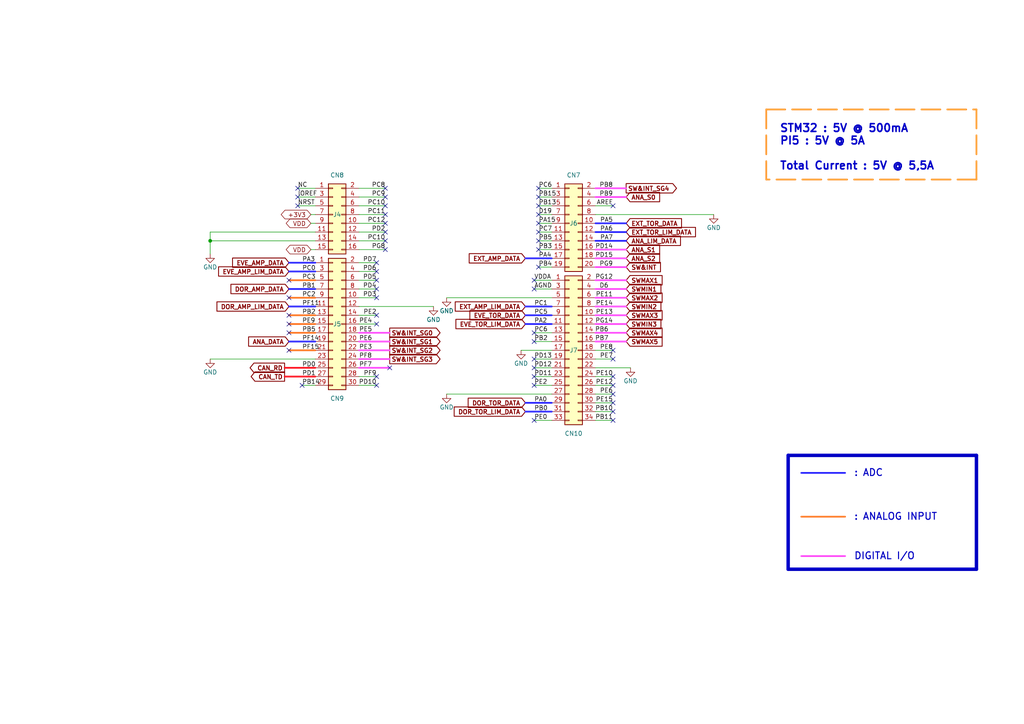
<source format=kicad_sch>
(kicad_sch (version 20211123) (generator eeschema)
  (paper "A4")
  (title_block (title "BUMBLEBEE") (date "2024-01-15") (rev "1.00") (company "ExoFlex") (comment 1 "Bumblebee"))
  (lib_symbols
    (symbol "Connector_Generic:Conn_02x08_Odd_Even" (pin_names (offset 1.016) hide)
      (property "Reference" "J" (at 1.27 10.16 0))
      (property "Value" "Conn_02x08_Odd_Even" (at 1.27 -12.7 0))
      (symbol "Conn_02x08_Odd_Even_1_1"
        (rectangle (start -1.27 -10.033) (end 0 -10.287) (stroke (width 0.1524)))
        (rectangle (start -1.27 -7.493) (end 0 -7.747) (stroke (width 0.1524)))
        (rectangle (start -1.27 -4.953) (end 0 -5.207) (stroke (width 0.1524)))
        (rectangle (start -1.27 -2.413) (end 0 -2.667) (stroke (width 0.1524)))
        (rectangle (start -1.27 0.127) (end 0 -0.127) (stroke (width 0.1524)))
        (rectangle (start -1.27 2.667) (end 0 2.413) (stroke (width 0.1524)))
        (rectangle (start -1.27 5.207) (end 0 4.953) (stroke (width 0.1524)))
        (rectangle (start -1.27 7.747) (end 0 7.493) (stroke (width 0.1524)))
        (rectangle (start -1.27 8.89) (end 3.81 -11.43) (stroke (width 0.254)) (fill (type background)))
        (rectangle (start 3.81 -10.033) (end 2.54 -10.287) (stroke (width 0.1524)))
        (rectangle (start 3.81 -7.493) (end 2.54 -7.747) (stroke (width 0.1524)))
        (rectangle (start 3.81 -4.953) (end 2.54 -5.207) (stroke (width 0.1524)))
        (rectangle (start 3.81 -2.413) (end 2.54 -2.667) (stroke (width 0.1524)))
        (rectangle (start 3.81 0.127) (end 2.54 -0.127) (stroke (width 0.1524)))
        (rectangle (start 3.81 2.667) (end 2.54 2.413) (stroke (width 0.1524)))
        (rectangle (start 3.81 5.207) (end 2.54 4.953) (stroke (width 0.1524)))
        (rectangle (start 3.81 7.747) (end 2.54 7.493) (stroke (width 0.1524)))
        (pin passive line (at -5.08 7.62 0) (length 3.81) (name "Pin_1") (number "1"))
        (pin passive line (at 7.62 -2.54 180) (length 3.81) (name "Pin_10") (number "10"))
        (pin passive line (at -5.08 -5.08 0) (length 3.81) (name "Pin_11") (number "11"))
        (pin passive line (at 7.62 -5.08 180) (length 3.81) (name "Pin_12") (number "12"))
        (pin passive line (at -5.08 -7.62 0) (length 3.81) (name "Pin_13") (number "13"))
        (pin passive line (at 7.62 -7.62 180) (length 3.81) (name "Pin_14") (number "14"))
        (pin passive line (at -5.08 -10.16 0) (length 3.81) (name "Pin_15") (number "15"))
        (pin passive line (at 7.62 -10.16 180) (length 3.81) (name "Pin_16") (number "16"))
        (pin passive line (at 7.62 7.62 180) (length 3.81) (name "Pin_2") (number "2"))
        (pin passive line (at -5.08 5.08 0) (length 3.81) (name "Pin_3") (number "3"))
        (pin passive line (at 7.62 5.08 180) (length 3.81) (name "Pin_4") (number "4"))
        (pin passive line (at -5.08 2.54 0) (length 3.81) (name "Pin_5") (number "5"))
        (pin passive line (at 7.62 2.54 180) (length 3.81) (name "Pin_6") (number "6"))
        (pin passive line (at -5.08 0 0) (length 3.81) (name "Pin_7") (number "7"))
        (pin passive line (at 7.62 0 180) (length 3.81) (name "Pin_8") (number "8"))
        (pin passive line (at -5.08 -2.54 0) (length 3.81) (name "Pin_9") (number "9"))
      )
    )
    (symbol "Connector_Generic:Conn_02x10_Odd_Even" (pin_names (offset 1.016) hide)
      (property "Reference" "J" (at 1.27 12.7 0))
      (property "Value" "Conn_02x10_Odd_Even" (at 1.27 -15.24 0))
      (symbol "Conn_02x10_Odd_Even_1_1"
        (rectangle (start -1.27 -12.573) (end 0 -12.827) (stroke (width 0.1524)))
        (rectangle (start -1.27 -10.033) (end 0 -10.287) (stroke (width 0.1524)))
        (rectangle (start -1.27 -7.493) (end 0 -7.747) (stroke (width 0.1524)))
        (rectangle (start -1.27 -4.953) (end 0 -5.207) (stroke (width 0.1524)))
        (rectangle (start -1.27 -2.413) (end 0 -2.667) (stroke (width 0.1524)))
        (rectangle (start -1.27 0.127) (end 0 -0.127) (stroke (width 0.1524)))
        (rectangle (start -1.27 2.667) (end 0 2.413) (stroke (width 0.1524)))
        (rectangle (start -1.27 5.207) (end 0 4.953) (stroke (width 0.1524)))
        (rectangle (start -1.27 7.747) (end 0 7.493) (stroke (width 0.1524)))
        (rectangle (start -1.27 10.287) (end 0 10.033) (stroke (width 0.1524)))
        (rectangle (start -1.27 11.43) (end 3.81 -13.97) (stroke (width 0.254)) (fill (type background)))
        (rectangle (start 3.81 -12.573) (end 2.54 -12.827) (stroke (width 0.1524)))
        (rectangle (start 3.81 -10.033) (end 2.54 -10.287) (stroke (width 0.1524)))
        (rectangle (start 3.81 -7.493) (end 2.54 -7.747) (stroke (width 0.1524)))
        (rectangle (start 3.81 -4.953) (end 2.54 -5.207) (stroke (width 0.1524)))
        (rectangle (start 3.81 -2.413) (end 2.54 -2.667) (stroke (width 0.1524)))
        (rectangle (start 3.81 0.127) (end 2.54 -0.127) (stroke (width 0.1524)))
        (rectangle (start 3.81 2.667) (end 2.54 2.413) (stroke (width 0.1524)))
        (rectangle (start 3.81 5.207) (end 2.54 4.953) (stroke (width 0.1524)))
        (rectangle (start 3.81 7.747) (end 2.54 7.493) (stroke (width 0.1524)))
        (rectangle (start 3.81 10.287) (end 2.54 10.033) (stroke (width 0.1524)))
        (pin passive line (at -5.08 10.16 0) (length 3.81) (name "Pin_1") (number "1"))
        (pin passive line (at 7.62 0 180) (length 3.81) (name "Pin_10") (number "10"))
        (pin passive line (at -5.08 -2.54 0) (length 3.81) (name "Pin_11") (number "11"))
        (pin passive line (at 7.62 -2.54 180) (length 3.81) (name "Pin_12") (number "12"))
        (pin passive line (at -5.08 -5.08 0) (length 3.81) (name "Pin_13") (number "13"))
        (pin passive line (at 7.62 -5.08 180) (length 3.81) (name "Pin_14") (number "14"))
        (pin passive line (at -5.08 -7.62 0) (length 3.81) (name "Pin_15") (number "15"))
        (pin passive line (at 7.62 -7.62 180) (length 3.81) (name "Pin_16") (number "16"))
        (pin passive line (at -5.08 -10.16 0) (length 3.81) (name "Pin_17") (number "17"))
        (pin passive line (at 7.62 -10.16 180) (length 3.81) (name "Pin_18") (number "18"))
        (pin passive line (at -5.08 -12.7 0) (length 3.81) (name "Pin_19") (number "19"))
        (pin passive line (at 7.62 10.16 180) (length 3.81) (name "Pin_2") (number "2"))
        (pin passive line (at 7.62 -12.7 180) (length 3.81) (name "Pin_20") (number "20"))
        (pin passive line (at -5.08 7.62 0) (length 3.81) (name "Pin_3") (number "3"))
        (pin passive line (at 7.62 7.62 180) (length 3.81) (name "Pin_4") (number "4"))
        (pin passive line (at -5.08 5.08 0) (length 3.81) (name "Pin_5") (number "5"))
        (pin passive line (at 7.62 5.08 180) (length 3.81) (name "Pin_6") (number "6"))
        (pin passive line (at -5.08 2.54 0) (length 3.81) (name "Pin_7") (number "7"))
        (pin passive line (at 7.62 2.54 180) (length 3.81) (name "Pin_8") (number "8"))
        (pin passive line (at -5.08 0 0) (length 3.81) (name "Pin_9") (number "9"))
      )
    )
    (symbol "Connector_Generic:Conn_02x15_Odd_Even" (pin_names (offset 1.016) hide)
      (property "Reference" "J" (at 1.27 20.32 0))
      (property "Value" "Conn_02x15_Odd_Even" (at 1.27 -20.32 0))
      (symbol "Conn_02x15_Odd_Even_1_1"
        (rectangle (start -1.27 -17.653) (end 0 -17.907) (stroke (width 0.1524)))
        (rectangle (start -1.27 -15.113) (end 0 -15.367) (stroke (width 0.1524)))
        (rectangle (start -1.27 -12.573) (end 0 -12.827) (stroke (width 0.1524)))
        (rectangle (start -1.27 -10.033) (end 0 -10.287) (stroke (width 0.1524)))
        (rectangle (start -1.27 -7.493) (end 0 -7.747) (stroke (width 0.1524)))
        (rectangle (start -1.27 -4.953) (end 0 -5.207) (stroke (width 0.1524)))
        (rectangle (start -1.27 -2.413) (end 0 -2.667) (stroke (width 0.1524)))
        (rectangle (start -1.27 0.127) (end 0 -0.127) (stroke (width 0.1524)))
        (rectangle (start -1.27 2.667) (end 0 2.413) (stroke (width 0.1524)))
        (rectangle (start -1.27 5.207) (end 0 4.953) (stroke (width 0.1524)))
        (rectangle (start -1.27 7.747) (end 0 7.493) (stroke (width 0.1524)))
        (rectangle (start -1.27 10.287) (end 0 10.033) (stroke (width 0.1524)))
        (rectangle (start -1.27 12.827) (end 0 12.573) (stroke (width 0.1524)))
        (rectangle (start -1.27 15.367) (end 0 15.113) (stroke (width 0.1524)))
        (rectangle (start -1.27 17.907) (end 0 17.653) (stroke (width 0.1524)))
        (rectangle (start -1.27 19.05) (end 3.81 -19.05) (stroke (width 0.254)) (fill (type background)))
        (rectangle (start 3.81 -17.653) (end 2.54 -17.907) (stroke (width 0.1524)))
        (rectangle (start 3.81 -15.113) (end 2.54 -15.367) (stroke (width 0.1524)))
        (rectangle (start 3.81 -12.573) (end 2.54 -12.827) (stroke (width 0.1524)))
        (rectangle (start 3.81 -10.033) (end 2.54 -10.287) (stroke (width 0.1524)))
        (rectangle (start 3.81 -7.493) (end 2.54 -7.747) (stroke (width 0.1524)))
        (rectangle (start 3.81 -4.953) (end 2.54 -5.207) (stroke (width 0.1524)))
        (rectangle (start 3.81 -2.413) (end 2.54 -2.667) (stroke (width 0.1524)))
        (rectangle (start 3.81 0.127) (end 2.54 -0.127) (stroke (width 0.1524)))
        (rectangle (start 3.81 2.667) (end 2.54 2.413) (stroke (width 0.1524)))
        (rectangle (start 3.81 5.207) (end 2.54 4.953) (stroke (width 0.1524)))
        (rectangle (start 3.81 7.747) (end 2.54 7.493) (stroke (width 0.1524)))
        (rectangle (start 3.81 10.287) (end 2.54 10.033) (stroke (width 0.1524)))
        (rectangle (start 3.81 12.827) (end 2.54 12.573) (stroke (width 0.1524)))
        (rectangle (start 3.81 15.367) (end 2.54 15.113) (stroke (width 0.1524)))
        (rectangle (start 3.81 17.907) (end 2.54 17.653) (stroke (width 0.1524)))
        (pin passive line (at -5.08 17.78 0) (length 3.81) (name "Pin_1") (number "1"))
        (pin passive line (at 7.62 7.62 180) (length 3.81) (name "Pin_10") (number "10"))
        (pin passive line (at -5.08 5.08 0) (length 3.81) (name "Pin_11") (number "11"))
        (pin passive line (at 7.62 5.08 180) (length 3.81) (name "Pin_12") (number "12"))
        (pin passive line (at -5.08 2.54 0) (length 3.81) (name "Pin_13") (number "13"))
        (pin passive line (at 7.62 2.54 180) (length 3.81) (name "Pin_14") (number "14"))
        (pin passive line (at -5.08 0 0) (length 3.81) (name "Pin_15") (number "15"))
        (pin passive line (at 7.62 0 180) (length 3.81) (name "Pin_16") (number "16"))
        (pin passive line (at -5.08 -2.54 0) (length 3.81) (name "Pin_17") (number "17"))
        (pin passive line (at 7.62 -2.54 180) (length 3.81) (name "Pin_18") (number "18"))
        (pin passive line (at -5.08 -5.08 0) (length 3.81) (name "Pin_19") (number "19"))
        (pin passive line (at 7.62 17.78 180) (length 3.81) (name "Pin_2") (number "2"))
        (pin passive line (at 7.62 -5.08 180) (length 3.81) (name "Pin_20") (number "20"))
        (pin passive line (at -5.08 -7.62 0) (length 3.81) (name "Pin_21") (number "21"))
        (pin passive line (at 7.62 -7.62 180) (length 3.81) (name "Pin_22") (number "22"))
        (pin passive line (at -5.08 -10.16 0) (length 3.81) (name "Pin_23") (number "23"))
        (pin passive line (at 7.62 -10.16 180) (length 3.81) (name "Pin_24") (number "24"))
        (pin passive line (at -5.08 -12.7 0) (length 3.81) (name "Pin_25") (number "25"))
        (pin passive line (at 7.62 -12.7 180) (length 3.81) (name "Pin_26") (number "26"))
        (pin passive line (at -5.08 -15.24 0) (length 3.81) (name "Pin_27") (number "27"))
        (pin passive line (at 7.62 -15.24 180) (length 3.81) (name "Pin_28") (number "28"))
        (pin passive line (at -5.08 -17.78 0) (length 3.81) (name "Pin_29") (number "29"))
        (pin passive line (at -5.08 15.24 0) (length 3.81) (name "Pin_3") (number "3"))
        (pin passive line (at 7.62 -17.78 180) (length 3.81) (name "Pin_30") (number "30"))
        (pin passive line (at 7.62 15.24 180) (length 3.81) (name "Pin_4") (number "4"))
        (pin passive line (at -5.08 12.7 0) (length 3.81) (name "Pin_5") (number "5"))
        (pin passive line (at 7.62 12.7 180) (length 3.81) (name "Pin_6") (number "6"))
        (pin passive line (at -5.08 10.16 0) (length 3.81) (name "Pin_7") (number "7"))
        (pin passive line (at 7.62 10.16 180) (length 3.81) (name "Pin_8") (number "8"))
        (pin passive line (at -5.08 7.62 0) (length 3.81) (name "Pin_9") (number "9"))
      )
    )
    (symbol "Connector_Generic:Conn_02x17_Odd_Even" (pin_names (offset 1.016) hide)
      (property "Reference" "J" (at 1.27 22.86 0))
      (property "Value" "Conn_02x17_Odd_Even" (at 1.27 -22.86 0))
      (symbol "Conn_02x17_Odd_Even_1_1"
        (rectangle (start -1.27 -20.193) (end 0 -20.447) (stroke (width 0.1524)))
        (rectangle (start -1.27 -17.653) (end 0 -17.907) (stroke (width 0.1524)))
        (rectangle (start -1.27 -15.113) (end 0 -15.367) (stroke (width 0.1524)))
        (rectangle (start -1.27 -12.573) (end 0 -12.827) (stroke (width 0.1524)))
        (rectangle (start -1.27 -10.033) (end 0 -10.287) (stroke (width 0.1524)))
        (rectangle (start -1.27 -7.493) (end 0 -7.747) (stroke (width 0.1524)))
        (rectangle (start -1.27 -4.953) (end 0 -5.207) (stroke (width 0.1524)))
        (rectangle (start -1.27 -2.413) (end 0 -2.667) (stroke (width 0.1524)))
        (rectangle (start -1.27 0.127) (end 0 -0.127) (stroke (width 0.1524)))
        (rectangle (start -1.27 2.667) (end 0 2.413) (stroke (width 0.1524)))
        (rectangle (start -1.27 5.207) (end 0 4.953) (stroke (width 0.1524)))
        (rectangle (start -1.27 7.747) (end 0 7.493) (stroke (width 0.1524)))
        (rectangle (start -1.27 10.287) (end 0 10.033) (stroke (width 0.1524)))
        (rectangle (start -1.27 12.827) (end 0 12.573) (stroke (width 0.1524)))
        (rectangle (start -1.27 15.367) (end 0 15.113) (stroke (width 0.1524)))
        (rectangle (start -1.27 17.907) (end 0 17.653) (stroke (width 0.1524)))
        (rectangle (start -1.27 20.447) (end 0 20.193) (stroke (width 0.1524)))
        (rectangle (start -1.27 21.59) (end 3.81 -21.59) (stroke (width 0.254)) (fill (type background)))
        (rectangle (start 3.81 -20.193) (end 2.54 -20.447) (stroke (width 0.1524)))
        (rectangle (start 3.81 -17.653) (end 2.54 -17.907) (stroke (width 0.1524)))
        (rectangle (start 3.81 -15.113) (end 2.54 -15.367) (stroke (width 0.1524)))
        (rectangle (start 3.81 -12.573) (end 2.54 -12.827) (stroke (width 0.1524)))
        (rectangle (start 3.81 -10.033) (end 2.54 -10.287) (stroke (width 0.1524)))
        (rectangle (start 3.81 -7.493) (end 2.54 -7.747) (stroke (width 0.1524)))
        (rectangle (start 3.81 -4.953) (end 2.54 -5.207) (stroke (width 0.1524)))
        (rectangle (start 3.81 -2.413) (end 2.54 -2.667) (stroke (width 0.1524)))
        (rectangle (start 3.81 0.127) (end 2.54 -0.127) (stroke (width 0.1524)))
        (rectangle (start 3.81 2.667) (end 2.54 2.413) (stroke (width 0.1524)))
        (rectangle (start 3.81 5.207) (end 2.54 4.953) (stroke (width 0.1524)))
        (rectangle (start 3.81 7.747) (end 2.54 7.493) (stroke (width 0.1524)))
        (rectangle (start 3.81 10.287) (end 2.54 10.033) (stroke (width 0.1524)))
        (rectangle (start 3.81 12.827) (end 2.54 12.573) (stroke (width 0.1524)))
        (rectangle (start 3.81 15.367) (end 2.54 15.113) (stroke (width 0.1524)))
        (rectangle (start 3.81 17.907) (end 2.54 17.653) (stroke (width 0.1524)))
        (rectangle (start 3.81 20.447) (end 2.54 20.193) (stroke (width 0.1524)))
        (pin passive line (at -5.08 20.32 0) (length 3.81) (name "Pin_1") (number "1"))
        (pin passive line (at 7.62 10.16 180) (length 3.81) (name "Pin_10") (number "10"))
        (pin passive line (at -5.08 7.62 0) (length 3.81) (name "Pin_11") (number "11"))
        (pin passive line (at 7.62 7.62 180) (length 3.81) (name "Pin_12") (number "12"))
        (pin passive line (at -5.08 5.08 0) (length 3.81) (name "Pin_13") (number "13"))
        (pin passive line (at 7.62 5.08 180) (length 3.81) (name "Pin_14") (number "14"))
        (pin passive line (at -5.08 2.54 0) (length 3.81) (name "Pin_15") (number "15"))
        (pin passive line (at 7.62 2.54 180) (length 3.81) (name "Pin_16") (number "16"))
        (pin passive line (at -5.08 0 0) (length 3.81) (name "Pin_17") (number "17"))
        (pin passive line (at 7.62 0 180) (length 3.81) (name "Pin_18") (number "18"))
        (pin passive line (at -5.08 -2.54 0) (length 3.81) (name "Pin_19") (number "19"))
        (pin passive line (at 7.62 20.32 180) (length 3.81) (name "Pin_2") (number "2"))
        (pin passive line (at 7.62 -2.54 180) (length 3.81) (name "Pin_20") (number "20"))
        (pin passive line (at -5.08 -5.08 0) (length 3.81) (name "Pin_21") (number "21"))
        (pin passive line (at 7.62 -5.08 180) (length 3.81) (name "Pin_22") (number "22"))
        (pin passive line (at -5.08 -7.62 0) (length 3.81) (name "Pin_23") (number "23"))
        (pin passive line (at 7.62 -7.62 180) (length 3.81) (name "Pin_24") (number "24"))
        (pin passive line (at -5.08 -10.16 0) (length 3.81) (name "Pin_25") (number "25"))
        (pin passive line (at 7.62 -10.16 180) (length 3.81) (name "Pin_26") (number "26"))
        (pin passive line (at -5.08 -12.7 0) (length 3.81) (name "Pin_27") (number "27"))
        (pin passive line (at 7.62 -12.7 180) (length 3.81) (name "Pin_28") (number "28"))
        (pin passive line (at -5.08 -15.24 0) (length 3.81) (name "Pin_29") (number "29"))
        (pin passive line (at -5.08 17.78 0) (length 3.81) (name "Pin_3") (number "3"))
        (pin passive line (at 7.62 -15.24 180) (length 3.81) (name "Pin_30") (number "30"))
        (pin passive line (at -5.08 -17.78 0) (length 3.81) (name "Pin_31") (number "31"))
        (pin passive line (at 7.62 -17.78 180) (length 3.81) (name "Pin_32") (number "32"))
        (pin passive line (at -5.08 -20.32 0) (length 3.81) (name "Pin_33") (number "33"))
        (pin passive line (at 7.62 -20.32 180) (length 3.81) (name "Pin_34") (number "34"))
        (pin passive line (at 7.62 17.78 180) (length 3.81) (name "Pin_4") (number "4"))
        (pin passive line (at -5.08 15.24 0) (length 3.81) (name "Pin_5") (number "5"))
        (pin passive line (at 7.62 15.24 180) (length 3.81) (name "Pin_6") (number "6"))
        (pin passive line (at -5.08 12.7 0) (length 3.81) (name "Pin_7") (number "7"))
        (pin passive line (at 7.62 12.7 180) (length 3.81) (name "Pin_8") (number "8"))
        (pin passive line (at -5.08 10.16 0) (length 3.81) (name "Pin_9") (number "9"))
      )
    )
    (symbol "power:GND" (power) (pin_names (offset 0))
      (property "Value" "GND" (at 0 -3.81 0))
      (symbol "GND_0_1"
        (polyline (pts (xy 0 0) (xy 0 -1.27) (xy 1.27 -1.27) (xy 0 -2.54) (xy -1.27 -1.27) (xy 0 -1.27)))
      )
      (symbol "GND_1_1"
        (pin power_in line (at 0 0 270) (length 0) hide (name "GND") (number "1"))
      )
    )
  )
  (junction (at 60.96 69.85))
  (no_connect (at 156.21 69.85))
  (no_connect (at 83.82 101.6))
  (no_connect (at 111.76 67.31))
  (no_connect (at 86.36 54.61))
  (no_connect (at 156.21 59.69))
  (no_connect (at 156.21 54.61))
  (no_connect (at 177.8 114.3))
  (no_connect (at 109.22 78.74))
  (no_connect (at 83.82 86.36))
  (no_connect (at 154.94 83.82))
  (no_connect (at 154.94 99.06))
  (no_connect (at 83.82 91.44))
  (no_connect (at 156.21 77.47))
  (no_connect (at 156.21 57.15))
  (no_connect (at 109.22 86.36))
  (no_connect (at 177.8 121.92))
  (no_connect (at 86.36 57.15))
  (no_connect (at 154.94 104.14))
  (no_connect (at 87.63 111.76))
  (no_connect (at 154.94 96.52))
  (no_connect (at 177.8 109.22))
  (no_connect (at 111.76 64.77))
  (no_connect (at 177.8 111.76))
  (no_connect (at 156.21 62.23))
  (no_connect (at 177.8 104.14))
  (no_connect (at 111.76 57.15))
  (no_connect (at 154.94 111.76))
  (no_connect (at 109.22 91.44))
  (no_connect (at 83.82 93.98))
  (no_connect (at 83.82 81.28))
  (no_connect (at 109.22 93.98))
  (no_connect (at 111.76 54.61))
  (no_connect (at 177.8 116.84))
  (no_connect (at 177.8 101.6))
  (no_connect (at 111.76 62.23))
  (no_connect (at 154.94 106.68))
  (no_connect (at 109.22 81.28))
  (no_connect (at 177.8 59.69))
  (no_connect (at 111.76 72.39))
  (no_connect (at 111.76 59.69))
  (no_connect (at 86.36 59.69))
  (no_connect (at 156.21 72.39))
  (no_connect (at 156.21 67.31))
  (no_connect (at 113.03 106.68))
  (no_connect (at 156.21 64.77))
  (no_connect (at 154.94 109.22))
  (no_connect (at 154.94 81.28))
  (no_connect (at 177.8 119.38))
  (no_connect (at 109.22 109.22))
  (no_connect (at 109.22 83.82))
  (no_connect (at 109.22 76.2))
  (no_connect (at 111.76 69.85))
  (no_connect (at 109.22 111.76))
  (no_connect (at 154.94 121.92))
  (no_connect (at 83.82 96.52))
  (wire (pts (xy 152.4 93.98) (xy 160.02 93.98)) (stroke (width 0.5) (color 40 35 255 1)))
  (wire (pts (xy 82.55 106.68) (xy 91.44 106.68)) (stroke (width 0.5) (color 255 16 29 1)))
  (wire (pts (xy 83.82 88.9) (xy 91.44 88.9)) (stroke (width 0.5) (color 40 35 255 1)))
  (wire (pts (xy 172.72 81.28) (xy 181.61 81.28)) (stroke (width 0.5) (color 255 74 249 1)))
  (wire (pts (xy 172.72 114.3) (xy 177.8 114.3)))
  (wire (pts (xy 83.82 83.82) (xy 91.44 83.82)) (stroke (width 0.5) (color 40 35 255 1)))
  (wire (pts (xy 172.72 86.36) (xy 181.61 86.36)) (stroke (width 0.5) (color 255 74 249 1)))
  (wire (pts (xy 172.72 67.31) (xy 181.61 67.31)) (stroke (width 0.5) (color 40 35 255 1)))
  (wire (pts (xy 104.14 99.06) (xy 113.03 99.06)) (stroke (width 0.5) (color 255 74 249 1)))
  (wire (pts (xy 83.82 101.6) (xy 91.44 101.6)) (stroke (width 0.5) (color 255 115 33 1)))
  (wire (pts (xy 152.4 116.84) (xy 160.02 116.84)) (stroke (width 0.5) (color 40 35 255 1)))
  (wire (pts (xy 172.72 109.22) (xy 177.8 109.22)))
  (wire (pts (xy 172.72 69.85) (xy 181.61 69.85)) (stroke (width 0.5) (color 40 35 255 1)))
  (wire (pts (xy 60.96 104.14) (xy 91.44 104.14)))
  (wire (pts (xy 86.36 59.69) (xy 91.44 59.69)))
  (wire (pts (xy 154.94 106.68) (xy 160.02 106.68)))
  (wire (pts (xy 172.72 101.6) (xy 177.8 101.6)))
  (wire (pts (xy 86.36 57.15) (xy 91.44 57.15)))
  (wire (pts (xy 104.14 101.6) (xy 113.03 101.6)) (stroke (width 0.5) (color 255 74 249 1)))
  (wire (pts (xy 83.82 81.28) (xy 91.44 81.28)) (stroke (width 0.5) (color 255 115 33 1)))
  (wire (pts (xy 104.14 67.31) (xy 111.76 67.31)))
  (wire (pts (xy 154.94 104.14) (xy 160.02 104.14)))
  (wire (pts (xy 104.14 64.77) (xy 111.76 64.77)))
  (wire (pts (xy 156.21 57.15) (xy 160.02 57.15)))
  (wire (pts (xy 151.13 101.6) (xy 160.02 101.6)))
  (wire (pts (xy 86.36 54.61) (xy 91.44 54.61)))
  (wire (pts (xy 172.72 54.61) (xy 181.61 54.61)) (stroke (width 0.5) (color 255 74 249 1)))
  (wire (pts (xy 156.21 77.47) (xy 160.02 77.47)))
  (polyline (pts (xy 222.25 31.75) (xy 222.25 52.07)) (stroke (width 0.5) (type dash) (color 255 148 44 1)))
  (polyline (pts (xy 283.21 52.07) (xy 222.25 52.07)) (stroke (width 0.5) (type dash) (color 255 148 44 1)))
  (wire (pts (xy 104.14 81.28) (xy 109.22 81.28)))
  (wire (pts (xy 83.82 93.98) (xy 91.44 93.98)) (stroke (width 0.5) (color 255 115 33 1)))
  (wire (pts (xy 104.14 111.76) (xy 109.22 111.76)))
  (wire (pts (xy 104.14 93.98) (xy 109.22 93.98)))
  (polyline (pts (xy 228.6 165.1) (xy 283.21 165.1)) (stroke (width 1) (type solid)))
  (wire (pts (xy 172.72 83.82) (xy 181.61 83.82)) (stroke (width 0.5) (color 255 74 249 1)))
  (wire (pts (xy 172.72 88.9) (xy 181.61 88.9)) (stroke (width 0.5) (color 255 74 249 1)))
  (wire (pts (xy 90.17 64.77) (xy 91.44 64.77)))
  (wire (pts (xy 104.14 62.23) (xy 111.76 62.23)))
  (polyline (pts (xy 232.41 161.29) (xy 245.11 161.29)) (stroke (width 0.5) (type solid) (color 255 74 249 1)))
  (wire (pts (xy 172.72 62.23) (xy 207.01 62.23)))
  (wire (pts (xy 156.21 62.23) (xy 160.02 62.23)))
  (wire (pts (xy 172.72 72.39) (xy 181.61 72.39)) (stroke (width 0.5) (color 255 74 249 1)))
  (wire (pts (xy 156.21 59.69) (xy 160.02 59.69)))
  (wire (pts (xy 172.72 74.93) (xy 181.61 74.93)) (stroke (width 0.5) (color 255 74 249 1)))
  (wire (pts (xy 172.72 121.92) (xy 177.8 121.92)))
  (wire (pts (xy 104.14 57.15) (xy 111.76 57.15)))
  (wire (pts (xy 104.14 109.22) (xy 109.22 109.22)))
  (wire (pts (xy 104.14 91.44) (xy 109.22 91.44)))
  (wire (pts (xy 104.14 83.82) (xy 109.22 83.82)))
  (polyline (pts (xy 228.6 132.08) (xy 228.6 165.1)) (stroke (width 1) (type solid)))
  (wire (pts (xy 172.72 57.15) (xy 181.61 57.15)) (stroke (width 0.5) (color 255 74 249 1)))
  (wire (pts (xy 83.82 99.06) (xy 91.44 99.06)) (stroke (width 0.5) (color 40 35 255 1)))
  (wire (pts (xy 83.82 76.2) (xy 91.44 76.2)) (stroke (width 0.5) (color 40 35 255 1)))
  (wire (pts (xy 83.82 78.74) (xy 91.44 78.74)) (stroke (width 0.5) (color 40 35 255 1)))
  (wire (pts (xy 104.14 59.69) (xy 111.76 59.69)))
  (wire (pts (xy 154.94 99.06) (xy 160.02 99.06)))
  (wire (pts (xy 154.94 83.82) (xy 160.02 83.82)))
  (polyline (pts (xy 283.21 31.75) (xy 283.21 52.07)) (stroke (width 0.5) (type dash) (color 255 148 44 1)))
  (wire (pts (xy 152.4 74.93) (xy 160.02 74.93)) (stroke (width 0.5) (color 40 35 255 1)))
  (wire (pts (xy 152.4 91.44) (xy 160.02 91.44)) (stroke (width 0.5) (color 40 35 255 1)))
  (wire (pts (xy 104.14 76.2) (xy 109.22 76.2)))
  (wire (pts (xy 83.82 91.44) (xy 91.44 91.44)) (stroke (width 0.5) (color 255 115 33 1)))
  (wire (pts (xy 172.72 116.84) (xy 177.8 116.84)))
  (wire (pts (xy 156.21 69.85) (xy 160.02 69.85)))
  (wire (pts (xy 83.82 86.36) (xy 91.44 86.36)) (stroke (width 0.5) (color 255 115 33 1)))
  (wire (pts (xy 172.72 99.06) (xy 181.61 99.06)) (stroke (width 0.5) (color 255 74 249 1)))
  (wire (pts (xy 156.21 67.31) (xy 160.02 67.31)))
  (wire (pts (xy 172.72 104.14) (xy 177.8 104.14)))
  (wire (pts (xy 172.72 77.47) (xy 181.61 77.47)) (stroke (width 0.5) (color 255 74 249 1)))
  (wire (pts (xy 172.72 111.76) (xy 177.8 111.76)))
  (polyline (pts (xy 232.41 137.16) (xy 245.11 137.16)) (stroke (width 0.5) (type solid) (color 40 35 255 1)))
  (wire (pts (xy 104.14 86.36) (xy 109.22 86.36)))
  (wire (pts (xy 104.14 96.52) (xy 113.03 96.52)) (stroke (width 0.5) (color 255 74 249 1)))
  (wire (pts (xy 104.14 72.39) (xy 111.76 72.39)))
  (wire (pts (xy 90.17 72.39) (xy 91.44 72.39)))
  (wire (pts (xy 154.94 81.28) (xy 160.02 81.28)))
  (wire (pts (xy 154.94 109.22) (xy 160.02 109.22)))
  (wire (pts (xy 172.72 96.52) (xy 181.61 96.52)) (stroke (width 0.5) (color 255 74 249 1)))
  (polyline (pts (xy 232.41 149.86) (xy 245.11 149.86)) (stroke (width 0.5) (type solid) (color 255 115 33 1)))
  (wire (pts (xy 172.72 119.38) (xy 177.8 119.38)))
  (wire (pts (xy 90.17 62.23) (xy 91.44 62.23)))
  (wire (pts (xy 60.96 69.85) (xy 60.96 73.66)))
  (wire (pts (xy 172.72 59.69) (xy 177.8 59.69)))
  (wire (pts (xy 154.94 111.76) (xy 160.02 111.76)))
  (wire (pts (xy 87.63 111.76) (xy 91.44 111.76)))
  (polyline (pts (xy 228.6 132.08) (xy 283.21 132.08)) (stroke (width 1) (type solid)))
  (wire (pts (xy 154.94 121.92) (xy 160.02 121.92)))
  (wire (pts (xy 129.54 114.3) (xy 160.02 114.3)))
  (wire (pts (xy 82.55 109.22) (xy 91.44 109.22)) (stroke (width 0.5) (color 255 16 29 1)))
  (wire (pts (xy 172.72 106.68) (xy 182.88 106.68)))
  (wire (pts (xy 104.14 104.14) (xy 113.03 104.14)) (stroke (width 0.5) (color 255 74 249 1)))
  (wire (pts (xy 104.14 69.85) (xy 111.76 69.85)))
  (wire (pts (xy 154.94 96.52) (xy 160.02 96.52)))
  (wire (pts (xy 172.72 93.98) (xy 181.61 93.98)) (stroke (width 0.5) (color 255 74 249 1)))
  (wire (pts (xy 172.72 91.44) (xy 181.61 91.44)) (stroke (width 0.5) (color 255 74 249 1)))
  (wire (pts (xy 156.21 54.61) (xy 160.02 54.61)))
  (wire (pts (xy 104.14 88.9) (xy 125.73 88.9)))
  (wire (pts (xy 104.14 106.68) (xy 113.03 106.68)) (stroke (width 0.5) (color 255 74 249 1)))
  (wire (pts (xy 152.4 119.38) (xy 160.02 119.38)) (stroke (width 0.5) (color 40 35 255 1)))
  (wire (pts (xy 172.72 64.77) (xy 181.61 64.77)) (stroke (width 0.5) (color 40 35 255 1)))
  (wire (pts (xy 156.21 72.39) (xy 160.02 72.39)))
  (wire (pts (xy 60.96 69.85) (xy 91.44 69.85)))
  (wire (pts (xy 129.54 86.36) (xy 160.02 86.36)))
  (wire (pts (xy 156.21 64.77) (xy 160.02 64.77)))
  (polyline (pts (xy 283.21 165.1) (xy 283.21 132.08)) (stroke (width 1) (type solid)))
  (wire (pts (xy 104.14 54.61) (xy 111.76 54.61)))
  (wire (pts (xy 60.96 67.31) (xy 60.96 69.85)))
  (wire (pts (xy 60.96 67.31) (xy 91.44 67.31)))
  (wire (pts (xy 83.82 96.52) (xy 91.44 96.52)) (stroke (width 0.5) (color 255 115 33 1)))
  (polyline (pts (xy 222.25 31.75) (xy 283.21 31.75)) (stroke (width 0.5) (type dash) (color 255 148 44 1)))
  (wire (pts (xy 104.14 78.74) (xy 109.22 78.74)))
  (wire (pts (xy 152.4 88.9) (xy 160.02 88.9)) (stroke (width 0.5) (color 40 35 255 1)))
  (text "STM32 : 5V @ 500mA\nPI5 : 5V @ 5A\n\nTotal Current : 5V @ 5,5A" (at 226.06 49.53 0) (effects (font (size 2.25 2.25) (thickness 0.45) bold) (justify left bottom)))
  (text ": ANALOG INPUT" (at 247.65 151.13 0) (effects (font (size 2 2) (thickness 0.3) bold) (justify left bottom)))
  (text "DIGITAL I/O" (at 247.65 162.56 0) (effects (font (size 2 2) (thickness 0.3) bold) (justify left bottom)))
  (text ": ADC" (at 247.65 138.43 0) (effects (font (size 2 2) (thickness 0.3) bold) (justify left bottom)))
  (label "PA2" (at 154.94 93.98 0))
  (label "PC11" (at 111.76 62.23 180))
  (label "PD5" (at 109.22 81.28 180))
  (label "PC9" (at 111.76 57.15 180))
  (label "PE4" (at 104.14 93.98 0))
  (label "PB5" (at 156.21 69.85 0))
  (label "PC10" (at 111.76 69.85 180))
  (label "PE6" (at 177.8 114.3 180))
  (label "PE15" (at 177.8 116.84 180))
  (label "AREF" (at 177.8 59.69 180))
  (label "PD14" (at 177.8 72.39 180))
  (label "PD1" (at 87.63 109.22 0))
  (label "PA6" (at 177.8 67.31 180))
  (label "PC10" (at 111.76 59.69 180))
  (label "PB7" (at 176.53 99.06 180))
  (label "D19" (at 156.21 62.23 0))
  (label "PD0" (at 87.63 106.68 0))
  (label "PD13" (at 154.94 104.14 0))
  (label "PE6" (at 104.14 99.06 0))
  (label "VDDA" (at 154.94 81.28 0))
  (label "PC2" (at 87.63 86.36 0))
  (label "PD12" (at 154.94 106.68 0))
  (label "PB9" (at 177.8 57.15 180))
  (label "IOREF" (at 86.36 57.15 0))
  (label "PA15" (at 156.21 64.77 0))
  (label "PB0" (at 154.94 119.38 0))
  (label "PD11" (at 154.94 109.22 0))
  (label "PE14" (at 177.8 88.9 180))
  (label "PG12" (at 177.8 81.28 180))
  (label "PC6" (at 156.21 54.61 0))
  (label "PC6" (at 154.94 96.52 0))
  (label "PD4" (at 109.22 83.82 180))
  (label "PB2" (at 154.94 99.06 0))
  (label "PD6" (at 109.22 78.74 180))
  (label "PB15" (at 156.21 57.15 0))
  (label "PD15" (at 177.8 74.93 180))
  (label "PE2" (at 109.22 91.44 180))
  (label "PF8" (at 104.14 104.14 0))
  (label "PB4" (at 156.21 77.47 0))
  (label "PE8" (at 177.8 101.6 180))
  (label "PG8" (at 111.76 72.39 180))
  (label "PD10" (at 109.22 111.76 180))
  (label "D6" (at 176.53 83.82 180))
  (label "PC12" (at 111.76 64.77 180))
  (label "PE13" (at 177.8 91.44 180))
  (label "NRST" (at 86.36 59.69 0))
  (label "PC5" (at 154.94 91.44 0))
  (label "PF14" (at 87.63 99.06 0))
  (label "PE10" (at 177.8 109.22 180))
  (label "PE9" (at 87.63 93.98 0))
  (label "PD2" (at 111.76 67.31 180))
  (label "PA0" (at 154.94 116.84 0))
  (label "PC7" (at 156.21 67.31 0))
  (label "PD3" (at 109.22 86.36 180))
  (label "PA4" (at 156.21 74.93 0))
  (label "PE11" (at 177.8 86.36 180))
  (label "PC8" (at 111.76 54.61 180))
  (label "PF15" (at 87.63 101.6 0))
  (label "PG9" (at 177.8 77.47 180))
  (label "PA5" (at 177.8 64.77 180))
  (label "PB1" (at 87.63 83.82 0))
  (label "PE2" (at 154.94 111.76 0))
  (label "AGND" (at 154.94 83.82 0))
  (label "PE3" (at 104.14 101.6 0))
  (label "PA7" (at 177.8 69.85 180))
  (label "PB13" (at 156.21 59.69 0))
  (label "PB10" (at 177.8 119.38 180))
  (label "NC" (at 86.36 54.61 0))
  (label "PB11" (at 177.8 121.92 180))
  (label "PB14" (at 87.63 111.76 0))
  (label "PE12" (at 177.8 111.76 180))
  (label "PE0" (at 154.94 121.92 0))
  (label "PE7" (at 177.8 104.14 180))
  (label "PF11" (at 87.63 88.9 0))
  (label "PC1" (at 154.94 88.9 0))
  (label "PB6" (at 176.53 96.52 180))
  (label "PF7" (at 104.14 106.68 0))
  (label "PB5" (at 87.63 96.52 0))
  (label "PB2" (at 87.63 91.44 0))
  (label "PG14" (at 177.8 93.98 180))
  (label "PC3" (at 87.63 81.28 0))
  (label "PB3" (at 156.21 72.39 0))
  (label "PC0" (at 87.63 78.74 0))
  (label "PD7" (at 109.22 76.2 180))
  (label "PB8" (at 177.8 54.61 180))
  (label "PF9" (at 109.22 109.22 180))
  (label "PA3" (at 87.63 76.2 0))
  (label "PE5" (at 104.14 96.52 0))
  (global_label "SW&INT_SG3" (shape output) (at 113.03 104.14 0) (effects (font (thickness 0.254) bold)) (property "Intersheet References" "${INTERSHEET_REFS}" (effects hide)))
  (global_label "EVE_TOR_DATA" (shape input) (at 152.4 91.44 180) (effects (font bold)) (property "Intersheet References" "${INTERSHEET_REFS}" (effects hide)))
  (global_label "ANA_S0" (shape input) (at 181.61 57.15 0) (effects (font (thickness 0.254) bold)) (property "Intersheet References" "${INTERSHEET_REFS}" (effects hide)))
  (global_label "SW&INT_SG0" (shape output) (at 113.03 96.52 0) (effects (font (thickness 0.254) bold)) (property "Intersheet References" "${INTERSHEET_REFS}" (effects hide)))
  (global_label "ANA_DATA" (shape input) (at 83.82 99.06 180) (effects (font bold)) (property "Intersheet References" "${INTERSHEET_REFS}" (effects hide)))
  (global_label "SW&INT_SG2" (shape output) (at 113.03 101.6 0) (effects (font (thickness 0.254) bold)) (property "Intersheet References" "${INTERSHEET_REFS}" (effects hide)))
  (global_label "VDD" (shape bidirectional) (at 90.17 64.77 180) (property "Intersheet References" "${INTERSHEET_REFS}" (effects hide)))
  (global_label "CAN_RD" (shape output) (at 82.55 106.68 180) (effects (font (thickness 0.254) bold)) (property "Intersheet References" "${INTERSHEET_REFS}" (effects hide)))
  (global_label "+3V3" (shape bidirectional) (at 90.17 62.23 180) (property "Intersheet References" "${INTERSHEET_REFS}" (effects hide)))
  (global_label "SWMIN1" (shape input) (at 181.61 83.82 0) (effects (font (thickness 0.254) bold)) (property "Intersheet References" "${INTERSHEET_REFS}" (effects hide)))
  (global_label "EVE_TOR_LIM_DATA" (shape input) (at 152.4 93.98 180) (effects (font bold)) (property "Intersheet References" "${INTERSHEET_REFS}" (effects hide)))
  (global_label "EXT_AMP_LIM_DATA" (shape input) (at 152.4 88.9 180) (effects (font bold)) (property "Intersheet References" "${INTERSHEET_REFS}" (effects hide)))
  (global_label "SW&INT" (shape input) (at 181.61 77.47 0) (effects (font (thickness 0.254) bold)) (property "Intersheet References" "${INTERSHEET_REFS}" (effects hide)))
  (global_label "DOR_AMP_LIM_DATA" (shape input) (at 83.82 88.9 180) (effects (font bold)) (property "Intersheet References" "${INTERSHEET_REFS}" (effects hide)))
  (global_label "SWMAX1" (shape input) (at 181.61 81.28 0) (effects (font (thickness 0.254) bold)) (property "Intersheet References" "${INTERSHEET_REFS}" (effects hide)))
  (global_label "SW&INT_SG4" (shape output) (at 181.61 54.61 0) (effects (font (thickness 0.254) bold)) (property "Intersheet References" "${INTERSHEET_REFS}" (effects hide)))
  (global_label "SWMAX5" (shape input) (at 181.61 99.06 0) (effects (font (thickness 0.254) bold)) (property "Intersheet References" "${INTERSHEET_REFS}" (effects hide)))
  (global_label "EXT_TOR_LIM_DATA" (shape input) (at 181.61 67.31 0) (effects (font bold)) (property "Intersheet References" "${INTERSHEET_REFS}" (effects hide)))
  (global_label "SWMIN3" (shape input) (at 181.61 93.98 0) (effects (font (thickness 0.254) bold)) (property "Intersheet References" "${INTERSHEET_REFS}" (effects hide)))
  (global_label "VDD" (shape bidirectional) (at 90.17 72.39 180) (property "Intersheet References" "${INTERSHEET_REFS}" (effects hide)))
  (global_label "SWMAX4" (shape input) (at 181.61 96.52 0) (effects (font (thickness 0.254) bold)) (property "Intersheet References" "${INTERSHEET_REFS}" (effects hide)))
  (global_label "ANA_S1" (shape input) (at 181.61 72.39 0) (effects (font (thickness 0.254) bold)) (property "Intersheet References" "${INTERSHEET_REFS}" (effects hide)))
  (global_label "SW&INT_SG1" (shape output) (at 113.03 99.06 0) (effects (font (thickness 0.254) bold)) (property "Intersheet References" "${INTERSHEET_REFS}" (effects hide)))
  (global_label "DOR_AMP_DATA" (shape input) (at 83.82 83.82 180) (effects (font bold)) (property "Intersheet References" "${INTERSHEET_REFS}" (effects hide)))
  (global_label "SWMIN2" (shape input) (at 181.61 88.9 0) (effects (font (thickness 0.254) bold)) (property "Intersheet References" "${INTERSHEET_REFS}" (effects hide)))
  (global_label "EXT_AMP_DATA" (shape input) (at 152.4 74.93 180) (effects (font bold)) (property "Intersheet References" "${INTERSHEET_REFS}" (effects hide)))
  (global_label "ANA_LIM_DATA" (shape input) (at 181.61 69.85 0) (effects (font bold)) (property "Intersheet References" "${INTERSHEET_REFS}" (effects hide)))
  (global_label "EVE_AMP_DATA" (shape input) (at 83.82 76.2 180) (effects (font bold)) (property "Intersheet References" "${INTERSHEET_REFS}" (effects hide)))
  (global_label "DOR_TOR_DATA" (shape input) (at 152.4 116.84 180) (effects (font bold)) (property "Intersheet References" "${INTERSHEET_REFS}" (effects hide)))
  (global_label "SWMAX2" (shape input) (at 181.61 86.36 0) (effects (font (thickness 0.254) bold)) (property "Intersheet References" "${INTERSHEET_REFS}" (effects hide)))
  (global_label "ANA_S2" (shape input) (at 181.61 74.93 0) (effects (font (thickness 0.254) bold)) (property "Intersheet References" "${INTERSHEET_REFS}" (effects hide)))
  (global_label "EXT_TOR_DATA" (shape input) (at 181.61 64.77 0) (effects (font bold)) (property "Intersheet References" "${INTERSHEET_REFS}" (effects hide)))
  (global_label "CAN_TD" (shape output) (at 82.55 109.22 180) (effects (font (thickness 0.254) bold)) (property "Intersheet References" "${INTERSHEET_REFS}" (effects hide)))
  (global_label "DOR_TOR_LIM_DATA" (shape input) (at 152.4 119.38 180) (effects (font bold)) (property "Intersheet References" "${INTERSHEET_REFS}" (effects hide)))
  (global_label "SWMAX3" (shape input) (at 181.61 91.44 0) (effects (font (thickness 0.254) bold)) (property "Intersheet References" "${INTERSHEET_REFS}" (effects hide)))
  (global_label "EVE_AMP_LIM_DATA" (shape input) (at 83.82 78.74 180) (effects (font bold)) (property "Intersheet References" "${INTERSHEET_REFS}" (effects hide)))
  (symbol (lib_id "Connector_Generic:Conn_02x17_Odd_Even") (at 165.1 101.6 0) (unit 1)
    (property "Reference" "J7" (at 166.37 101.6 0))
    (property "Value" "CN10" (at 166.37 125.73 0))
    (property "Footprint" "Connector_PinSocket_2.54mm:PinSocket_2x17_P2.54mm_Vertical" (effects hide))
  )
  (symbol (lib_id "Connector_Generic:Conn_02x15_Odd_Even") (at 96.52 93.98 0) (unit 1)
    (property "Reference" "J5" (at 97.79 93.98 0))
    (property "Value" "CN9" (at 97.79 115.57 0))
    (property "Footprint" "Connector_PinSocket_2.54mm:PinSocket_2x15_P2.54mm_Vertical" (effects hide))
  )
  (symbol (lib_id "Connector_Generic:Conn_02x08_Odd_Even") (at 96.52 62.23 0) (unit 1)
    (property "Reference" "J4" (at 97.79 62.23 0))
    (property "Value" "CN8" (at 97.79 50.8 0))
    (property "Footprint" "Connector_PinSocket_2.54mm:PinSocket_2x08_P2.54mm_Vertical" (effects hide))
  )
  (symbol (lib_id "power:GND") (at 129.54 86.36 0) (unit 1)
    (property "Reference" "#PWR031" (effects hide))
    (property "Value" "GND" (at 129.54 90.17 0))
  )
  (symbol (lib_id "power:GND") (at 60.96 73.66 0) (unit 1)
    (property "Reference" "#PWR028" (effects hide))
    (property "Value" "GND" (at 60.96 77.47 0))
  )
  (symbol (lib_id "power:GND") (at 125.73 88.9 0) (unit 1)
    (property "Reference" "#PWR030" (effects hide))
    (property "Value" "GND" (at 125.73 92.71 0))
  )
  (symbol (lib_id "power:GND") (at 151.13 101.6 0) (unit 1)
    (property "Reference" "#PWR033" (effects hide))
    (property "Value" "GND" (at 151.13 105.41 0))
  )
  (symbol (lib_id "power:GND") (at 182.88 106.68 0) (unit 1)
    (property "Reference" "#PWR034" (effects hide))
    (property "Value" "GND" (at 182.88 110.49 0))
  )
  (symbol (lib_id "power:GND") (at 129.54 114.3 0) (unit 1)
    (property "Reference" "#PWR032" (effects hide))
    (property "Value" "GND" (at 129.54 118.11 0))
  )
  (symbol (lib_id "power:GND") (at 207.01 62.23 0) (unit 1)
    (property "Reference" "#PWR035" (effects hide))
    (property "Value" "GND" (at 207.01 66.04 0))
  )
  (symbol (lib_id "Connector_Generic:Conn_02x10_Odd_Even") (at 165.1 64.77 0) (unit 1)
    (property "Reference" "J6" (at 166.37 64.77 0))
    (property "Value" "CN7" (at 166.37 50.8 0))
    (property "Footprint" "Connector_PinSocket_2.54mm:PinSocket_2x10_P2.54mm_Vertical" (effects hide))
  )
  (symbol (lib_id "power:GND") (at 60.96 104.14 0) (unit 1)
    (property "Reference" "#PWR029" (effects hide))
    (property "Value" "GND" (at 60.96 107.95 0))
  )
)
</source>
